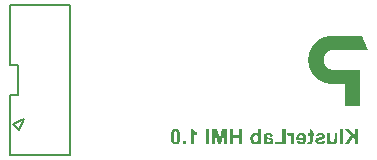
<source format=gbo>
G04*
G04 #@! TF.GenerationSoftware,Altium Limited,Altium Designer,22.10.1 (41)*
G04*
G04 Layer_Color=32896*
%FSLAX43Y43*%
%MOMM*%
G71*
G04*
G04 #@! TF.SameCoordinates,A06D47DE-3B52-4099-82B1-BC196321E02B*
G04*
G04*
G04 #@! TF.FilePolarity,Positive*
G04*
G01*
G75*
%ADD10C,0.200*%
G36*
X42254Y11238D02*
X42091D01*
Y11231D01*
X42020D01*
Y11224D01*
X41963D01*
Y11217D01*
X41921D01*
Y11210D01*
X41871D01*
Y11203D01*
X41836D01*
Y11195D01*
X41800D01*
Y11188D01*
X41772D01*
Y11181D01*
X41744D01*
Y11174D01*
X41715D01*
Y11167D01*
X41687D01*
Y11160D01*
X41658D01*
Y11153D01*
X41637D01*
Y11146D01*
X41616D01*
Y11139D01*
X41588D01*
Y11132D01*
X41566D01*
Y11125D01*
X41545D01*
Y11117D01*
X41531D01*
Y11110D01*
X41510D01*
Y11103D01*
X41488D01*
Y11096D01*
X41474D01*
Y11089D01*
X41453D01*
Y11082D01*
X41439D01*
Y11075D01*
X41417D01*
Y11068D01*
X41403D01*
Y11061D01*
X41389D01*
Y11054D01*
X41375D01*
Y11047D01*
X41353D01*
Y11039D01*
X41339D01*
Y11032D01*
X41325D01*
Y11025D01*
X41311D01*
Y11018D01*
X41297D01*
Y11011D01*
X41283D01*
Y11004D01*
X41268D01*
Y10997D01*
X41261D01*
Y10990D01*
X41247D01*
Y10983D01*
X41233D01*
Y10976D01*
X41219D01*
Y10969D01*
X41204D01*
Y10961D01*
X41197D01*
Y10954D01*
X41183D01*
Y10947D01*
X41169D01*
Y10940D01*
X41155D01*
Y10933D01*
X41148D01*
Y10926D01*
X41134D01*
Y10919D01*
X41126D01*
Y10912D01*
X41112D01*
Y10905D01*
X41105D01*
Y10898D01*
X41091D01*
Y10890D01*
X41077D01*
Y10883D01*
X41070D01*
Y10876D01*
X41063D01*
Y10869D01*
X41048D01*
Y10862D01*
X41041D01*
Y10855D01*
X41027D01*
Y10848D01*
X41020D01*
Y10841D01*
X41013D01*
Y10834D01*
X40999D01*
Y10827D01*
X40992D01*
Y10820D01*
X40985D01*
Y10812D01*
X40970D01*
Y10805D01*
X40963D01*
Y10798D01*
X40956D01*
Y10791D01*
X40942D01*
Y10784D01*
X40935D01*
Y10777D01*
X40928D01*
Y10770D01*
X40921D01*
Y10763D01*
X40907D01*
Y10756D01*
X40899D01*
Y10749D01*
X40892D01*
Y10742D01*
X40885D01*
Y10734D01*
X40878D01*
Y10727D01*
X40871D01*
Y10720D01*
X40864D01*
Y10713D01*
X40850D01*
Y10706D01*
X40843D01*
Y10699D01*
X40836D01*
Y10692D01*
X40829D01*
Y10685D01*
X40821D01*
Y10678D01*
X40814D01*
Y10671D01*
X40807D01*
Y10663D01*
X40800D01*
Y10656D01*
X40793D01*
Y10649D01*
X40786D01*
Y10642D01*
X40779D01*
Y10635D01*
X40772D01*
Y10628D01*
X40765D01*
Y10621D01*
X40758D01*
Y10614D01*
X40751D01*
Y10607D01*
X40743D01*
Y10600D01*
X40736D01*
Y10593D01*
X40729D01*
Y10585D01*
Y10578D01*
X40722D01*
Y10571D01*
X40715D01*
Y10564D01*
X40708D01*
Y10557D01*
X40701D01*
Y10550D01*
X40694D01*
Y10543D01*
X40687D01*
Y10536D01*
X40680D01*
Y10529D01*
X40673D01*
Y10522D01*
Y10515D01*
X40665D01*
Y10507D01*
X40658D01*
Y10500D01*
X40651D01*
Y10493D01*
X40644D01*
Y10486D01*
Y10479D01*
X40637D01*
Y10472D01*
X40630D01*
Y10465D01*
X40623D01*
Y10458D01*
X40616D01*
Y10451D01*
Y10444D01*
X40609D01*
Y10436D01*
X40602D01*
Y10429D01*
X40594D01*
Y10422D01*
Y10415D01*
X40587D01*
Y10408D01*
X40580D01*
Y10401D01*
Y10394D01*
X40573D01*
Y10387D01*
X40566D01*
Y10380D01*
X40559D01*
Y10373D01*
Y10366D01*
X40552D01*
Y10358D01*
X40545D01*
Y10351D01*
Y10344D01*
X40538D01*
Y10337D01*
X40531D01*
Y10330D01*
Y10323D01*
X40524D01*
Y10316D01*
X40516D01*
Y10309D01*
Y10302D01*
X40509D01*
Y10295D01*
Y10288D01*
X40502D01*
Y10280D01*
X40495D01*
Y10273D01*
Y10266D01*
X40488D01*
Y10259D01*
Y10252D01*
X40481D01*
Y10245D01*
X40474D01*
Y10238D01*
Y10231D01*
X40467D01*
Y10224D01*
Y10217D01*
X40460D01*
Y10210D01*
Y10202D01*
X40453D01*
Y10195D01*
X40446D01*
Y10188D01*
Y10181D01*
X40438D01*
Y10174D01*
Y10167D01*
X40431D01*
Y10160D01*
Y10153D01*
X40424D01*
Y10146D01*
Y10139D01*
X40417D01*
Y10131D01*
Y10124D01*
X40410D01*
Y10117D01*
Y10110D01*
X40403D01*
Y10103D01*
Y10096D01*
X40396D01*
Y10089D01*
Y10082D01*
X40389D01*
Y10075D01*
Y10068D01*
Y10061D01*
X40382D01*
Y10053D01*
Y10046D01*
X40375D01*
Y10039D01*
Y10032D01*
X40367D01*
Y10025D01*
Y10018D01*
X40360D01*
Y10011D01*
Y10004D01*
Y9997D01*
X40353D01*
Y9990D01*
Y9983D01*
X40346D01*
Y9975D01*
Y9968D01*
Y9961D01*
X40339D01*
Y9954D01*
Y9947D01*
X40332D01*
Y9940D01*
Y9933D01*
Y9926D01*
X40325D01*
Y9919D01*
Y9912D01*
Y9904D01*
X40318D01*
Y9897D01*
Y9890D01*
Y9883D01*
X40311D01*
Y9876D01*
Y9869D01*
Y9862D01*
X40304D01*
Y9855D01*
Y9848D01*
Y9841D01*
X40297D01*
Y9834D01*
Y9826D01*
Y9819D01*
X40289D01*
Y9812D01*
Y9805D01*
Y9798D01*
Y9791D01*
X40282D01*
Y9784D01*
Y9777D01*
Y9770D01*
X40275D01*
Y9763D01*
Y9756D01*
Y9748D01*
Y9741D01*
X40268D01*
Y9734D01*
Y9727D01*
Y9720D01*
Y9713D01*
X40261D01*
Y9706D01*
Y9699D01*
Y9692D01*
Y9685D01*
X40254D01*
Y9677D01*
Y9670D01*
Y9663D01*
Y9656D01*
Y9649D01*
X40247D01*
Y9642D01*
Y9635D01*
Y9628D01*
Y9621D01*
Y9614D01*
X40240D01*
Y9607D01*
Y9599D01*
Y9592D01*
Y9585D01*
Y9578D01*
Y9571D01*
X40233D01*
Y9564D01*
Y9557D01*
Y9550D01*
Y9543D01*
Y9536D01*
Y9529D01*
X40226D01*
Y9521D01*
Y9514D01*
Y9507D01*
Y9500D01*
Y9493D01*
Y9486D01*
Y9479D01*
X40219D01*
Y9472D01*
Y9465D01*
Y9458D01*
Y9451D01*
Y9443D01*
Y9436D01*
Y9429D01*
Y9422D01*
Y9415D01*
Y9408D01*
X40211D01*
Y9401D01*
Y9394D01*
Y9387D01*
Y9380D01*
Y9372D01*
Y9365D01*
Y9358D01*
Y9351D01*
Y9344D01*
Y9337D01*
Y9330D01*
Y9323D01*
Y9316D01*
Y9309D01*
Y9302D01*
Y9294D01*
Y9287D01*
Y9280D01*
X40204D01*
Y9273D01*
Y9266D01*
Y9259D01*
Y9252D01*
Y9245D01*
Y9238D01*
Y9231D01*
Y9224D01*
Y9216D01*
Y9209D01*
Y9202D01*
Y9195D01*
Y9188D01*
Y9181D01*
Y9174D01*
Y9167D01*
Y9160D01*
Y9153D01*
Y9146D01*
Y9138D01*
Y9131D01*
Y9124D01*
X40211D01*
Y9117D01*
Y9110D01*
Y9103D01*
Y9096D01*
Y9089D01*
Y9082D01*
Y9075D01*
Y9067D01*
Y9060D01*
Y9053D01*
Y9046D01*
Y9039D01*
Y9032D01*
Y9025D01*
Y9018D01*
Y9011D01*
Y9004D01*
Y8997D01*
Y8989D01*
X40219D01*
Y8982D01*
Y8975D01*
Y8968D01*
Y8961D01*
Y8954D01*
Y8947D01*
Y8940D01*
Y8933D01*
Y8926D01*
X40226D01*
Y8919D01*
Y8911D01*
Y8904D01*
Y8897D01*
Y8890D01*
Y8883D01*
Y8876D01*
Y8869D01*
X40233D01*
Y8862D01*
Y8855D01*
Y8848D01*
Y8840D01*
Y8833D01*
Y8826D01*
X40240D01*
Y8819D01*
Y8812D01*
Y8805D01*
Y8798D01*
Y8791D01*
Y8784D01*
X40247D01*
Y8777D01*
Y8770D01*
Y8762D01*
Y8755D01*
Y8748D01*
X40254D01*
Y8741D01*
Y8734D01*
Y8727D01*
Y8720D01*
Y8713D01*
X40261D01*
Y8706D01*
Y8699D01*
Y8692D01*
Y8684D01*
X40268D01*
Y8677D01*
Y8670D01*
Y8663D01*
Y8656D01*
X40275D01*
Y8649D01*
Y8642D01*
Y8635D01*
Y8628D01*
X40282D01*
Y8621D01*
Y8613D01*
Y8606D01*
X40289D01*
Y8599D01*
Y8592D01*
Y8585D01*
Y8578D01*
X40297D01*
Y8571D01*
Y8564D01*
Y8557D01*
X40304D01*
Y8550D01*
Y8543D01*
Y8535D01*
X40311D01*
Y8528D01*
Y8521D01*
Y8514D01*
X40318D01*
Y8507D01*
Y8500D01*
Y8493D01*
X40325D01*
Y8486D01*
Y8479D01*
Y8472D01*
X40332D01*
Y8465D01*
Y8457D01*
Y8450D01*
X40339D01*
Y8443D01*
Y8436D01*
X40346D01*
Y8429D01*
Y8422D01*
Y8415D01*
X40353D01*
Y8408D01*
Y8401D01*
X40360D01*
Y8394D01*
Y8387D01*
Y8379D01*
X40367D01*
Y8372D01*
Y8365D01*
X40375D01*
Y8358D01*
Y8351D01*
X40382D01*
Y8344D01*
Y8337D01*
X40389D01*
Y8330D01*
Y8323D01*
Y8316D01*
X40396D01*
Y8308D01*
Y8301D01*
X40403D01*
Y8294D01*
Y8287D01*
X40410D01*
Y8280D01*
Y8273D01*
X40417D01*
Y8266D01*
Y8259D01*
X40424D01*
Y8252D01*
Y8245D01*
X40431D01*
Y8238D01*
Y8230D01*
X40438D01*
Y8223D01*
X40446D01*
Y8216D01*
Y8209D01*
X40453D01*
Y8202D01*
Y8195D01*
X40460D01*
Y8188D01*
Y8181D01*
X40467D01*
Y8174D01*
Y8167D01*
X40474D01*
Y8160D01*
X40481D01*
Y8152D01*
Y8145D01*
X40488D01*
Y8138D01*
Y8131D01*
X40495D01*
Y8124D01*
X40502D01*
Y8117D01*
Y8110D01*
X40509D01*
Y8103D01*
X40516D01*
Y8096D01*
Y8089D01*
X40524D01*
Y8081D01*
X40531D01*
Y8074D01*
Y8067D01*
X40538D01*
Y8060D01*
X40545D01*
Y8053D01*
Y8046D01*
X40552D01*
Y8039D01*
X40559D01*
Y8032D01*
Y8025D01*
X40566D01*
Y8018D01*
X40573D01*
Y8011D01*
X40580D01*
Y8003D01*
Y7996D01*
X40587D01*
Y7989D01*
X40594D01*
Y7982D01*
X40602D01*
Y7975D01*
Y7968D01*
X40609D01*
Y7961D01*
X40616D01*
Y7954D01*
X40623D01*
Y7947D01*
Y7940D01*
X40630D01*
Y7933D01*
X40637D01*
Y7925D01*
X40644D01*
Y7918D01*
X40651D01*
Y7911D01*
X40658D01*
Y7904D01*
Y7897D01*
X40665D01*
Y7890D01*
X40673D01*
Y7883D01*
X40680D01*
Y7876D01*
X40687D01*
Y7869D01*
X40694D01*
Y7862D01*
X40701D01*
Y7854D01*
X40708D01*
Y7847D01*
Y7840D01*
X40715D01*
Y7833D01*
X40722D01*
Y7826D01*
X40729D01*
Y7819D01*
X40736D01*
Y7812D01*
X40743D01*
Y7805D01*
X40751D01*
Y7798D01*
X40758D01*
Y7791D01*
X40765D01*
Y7784D01*
X40772D01*
Y7776D01*
X40779D01*
Y7769D01*
X40786D01*
Y7762D01*
X40793D01*
Y7755D01*
X40800D01*
Y7748D01*
X40807D01*
Y7741D01*
X40814D01*
Y7734D01*
X40821D01*
Y7727D01*
X40829D01*
Y7720D01*
X40836D01*
Y7713D01*
X40843D01*
Y7706D01*
X40850D01*
Y7698D01*
X40857D01*
Y7691D01*
X40871D01*
Y7684D01*
X40878D01*
Y7677D01*
X40885D01*
Y7670D01*
X40892D01*
Y7663D01*
X40899D01*
Y7656D01*
X40907D01*
Y7649D01*
X40914D01*
Y7642D01*
X40928D01*
Y7635D01*
X40935D01*
Y7628D01*
X40942D01*
Y7620D01*
X40949D01*
Y7613D01*
X40963D01*
Y7606D01*
X40970D01*
Y7599D01*
X40978D01*
Y7592D01*
X40985D01*
Y7585D01*
X40999D01*
Y7578D01*
X41006D01*
Y7571D01*
X41013D01*
Y7564D01*
X41027D01*
Y7557D01*
X41034D01*
Y7549D01*
X41041D01*
Y7542D01*
X41056D01*
Y7535D01*
X41063D01*
Y7528D01*
X41077D01*
Y7521D01*
X41084D01*
Y7514D01*
X41098D01*
Y7507D01*
X41105D01*
Y7500D01*
X41119D01*
Y7493D01*
X41126D01*
Y7486D01*
X41141D01*
Y7479D01*
X41148D01*
Y7471D01*
X41162D01*
Y7464D01*
X41176D01*
Y7457D01*
X41183D01*
Y7450D01*
X41197D01*
Y7443D01*
X41212D01*
Y7436D01*
X41219D01*
Y7429D01*
X41233D01*
Y7422D01*
X41247D01*
Y7415D01*
X41261D01*
Y7408D01*
X41275D01*
Y7401D01*
X41290D01*
Y7393D01*
X41304D01*
Y7386D01*
X41318D01*
Y7379D01*
X41332D01*
Y7372D01*
X41346D01*
Y7365D01*
X41361D01*
Y7358D01*
X41375D01*
Y7351D01*
X41389D01*
Y7344D01*
X41403D01*
Y7337D01*
X41424D01*
Y7330D01*
X41439D01*
Y7323D01*
X41460D01*
Y7315D01*
X41474D01*
Y7308D01*
X41495D01*
Y7301D01*
X41510D01*
Y7294D01*
X41531D01*
Y7287D01*
X41552D01*
Y7280D01*
X41573D01*
Y7273D01*
X41595D01*
Y7266D01*
X41616D01*
Y7259D01*
X41637D01*
Y7252D01*
X41666D01*
Y7244D01*
X41694D01*
Y7237D01*
X41715D01*
Y7230D01*
X41744D01*
Y7223D01*
X41779D01*
Y7216D01*
X41815D01*
Y7209D01*
X41850D01*
Y7202D01*
X41885D01*
Y7195D01*
X41935D01*
Y7188D01*
X41985D01*
Y7181D01*
X42049D01*
Y7174D01*
X42134D01*
Y7166D01*
X43297D01*
Y7159D01*
Y7152D01*
Y7145D01*
Y7138D01*
Y7131D01*
Y7124D01*
Y7117D01*
Y7110D01*
Y7103D01*
Y7096D01*
Y7088D01*
Y7081D01*
Y7074D01*
Y7067D01*
Y7060D01*
Y7053D01*
Y7046D01*
Y7039D01*
Y7032D01*
Y7025D01*
Y7017D01*
Y7010D01*
Y7003D01*
Y6996D01*
Y6989D01*
Y6982D01*
Y6975D01*
Y6968D01*
Y6961D01*
Y6954D01*
Y6947D01*
Y6939D01*
Y6932D01*
Y6925D01*
Y6918D01*
Y6911D01*
Y6904D01*
Y6897D01*
Y6890D01*
Y6883D01*
Y6876D01*
Y6869D01*
Y6861D01*
Y6854D01*
Y6847D01*
Y6840D01*
Y6833D01*
Y6826D01*
Y6819D01*
Y6812D01*
Y6805D01*
Y6798D01*
Y6791D01*
Y6783D01*
Y6776D01*
Y6769D01*
Y6762D01*
Y6755D01*
Y6748D01*
Y6741D01*
Y6734D01*
Y6727D01*
Y6720D01*
Y6712D01*
Y6705D01*
Y6698D01*
Y6691D01*
Y6684D01*
Y6677D01*
Y6670D01*
Y6663D01*
Y6656D01*
Y6649D01*
Y6642D01*
Y6634D01*
Y6627D01*
Y6620D01*
Y6613D01*
Y6606D01*
Y6599D01*
Y6592D01*
Y6585D01*
Y6578D01*
Y6571D01*
Y6564D01*
Y6556D01*
Y6549D01*
Y6542D01*
Y6535D01*
Y6528D01*
Y6521D01*
Y6514D01*
Y6507D01*
Y6500D01*
Y6493D01*
Y6485D01*
Y6478D01*
Y6471D01*
Y6464D01*
Y6457D01*
Y6450D01*
Y6443D01*
Y6436D01*
Y6429D01*
Y6422D01*
Y6415D01*
Y6407D01*
Y6400D01*
Y6393D01*
Y6386D01*
Y6379D01*
Y6372D01*
Y6365D01*
Y6358D01*
Y6351D01*
Y6344D01*
Y6337D01*
Y6329D01*
Y6322D01*
Y6315D01*
Y6308D01*
Y6301D01*
Y6294D01*
Y6287D01*
Y6280D01*
Y6273D01*
Y6266D01*
Y6258D01*
Y6251D01*
Y6244D01*
Y6237D01*
Y6230D01*
Y6223D01*
Y6216D01*
Y6209D01*
Y6202D01*
Y6195D01*
Y6188D01*
Y6180D01*
Y6173D01*
Y6166D01*
Y6159D01*
Y6152D01*
Y6145D01*
Y6138D01*
Y6131D01*
Y6124D01*
Y6117D01*
Y6110D01*
Y6102D01*
Y6095D01*
Y6088D01*
Y6081D01*
Y6074D01*
Y6067D01*
Y6060D01*
Y6053D01*
Y6046D01*
Y6039D01*
Y6032D01*
Y6024D01*
Y6017D01*
Y6010D01*
Y6003D01*
Y5996D01*
Y5989D01*
Y5982D01*
Y5975D01*
Y5968D01*
Y5961D01*
Y5953D01*
Y5946D01*
Y5939D01*
Y5932D01*
Y5925D01*
Y5918D01*
Y5911D01*
Y5904D01*
Y5897D01*
Y5890D01*
Y5883D01*
Y5875D01*
Y5868D01*
Y5861D01*
Y5854D01*
Y5847D01*
Y5840D01*
Y5833D01*
Y5826D01*
Y5819D01*
Y5812D01*
Y5805D01*
Y5797D01*
Y5790D01*
Y5783D01*
Y5776D01*
Y5769D01*
Y5762D01*
Y5755D01*
Y5748D01*
Y5741D01*
Y5734D01*
Y5726D01*
Y5719D01*
Y5712D01*
Y5705D01*
Y5698D01*
Y5691D01*
Y5684D01*
Y5677D01*
Y5670D01*
Y5663D01*
Y5656D01*
Y5648D01*
Y5641D01*
Y5634D01*
Y5627D01*
Y5620D01*
Y5613D01*
Y5606D01*
Y5599D01*
Y5592D01*
Y5585D01*
Y5578D01*
Y5570D01*
Y5563D01*
Y5556D01*
Y5549D01*
Y5542D01*
Y5535D01*
Y5528D01*
Y5521D01*
Y5514D01*
Y5507D01*
Y5499D01*
Y5492D01*
Y5485D01*
Y5478D01*
Y5471D01*
Y5464D01*
Y5457D01*
Y5450D01*
Y5443D01*
Y5436D01*
Y5429D01*
Y5421D01*
Y5414D01*
Y5407D01*
Y5400D01*
Y5393D01*
Y5386D01*
Y5379D01*
Y5372D01*
Y5365D01*
Y5358D01*
Y5351D01*
Y5343D01*
Y5336D01*
Y5329D01*
Y5322D01*
Y5315D01*
X44581D01*
Y5322D01*
Y5329D01*
Y5336D01*
Y5343D01*
Y5351D01*
Y5358D01*
Y5365D01*
Y5372D01*
Y5379D01*
Y5386D01*
Y5393D01*
Y5400D01*
Y5407D01*
Y5414D01*
Y5421D01*
Y5429D01*
Y5436D01*
Y5443D01*
Y5450D01*
Y5457D01*
Y5464D01*
Y5471D01*
Y5478D01*
Y5485D01*
Y5492D01*
Y5499D01*
Y5507D01*
Y5514D01*
Y5521D01*
Y5528D01*
Y5535D01*
Y5542D01*
Y5549D01*
Y5556D01*
Y5563D01*
Y5570D01*
Y5578D01*
Y5585D01*
Y5592D01*
Y5599D01*
Y5606D01*
Y5613D01*
Y5620D01*
Y5627D01*
Y5634D01*
Y5641D01*
Y5648D01*
Y5656D01*
Y5663D01*
Y5670D01*
Y5677D01*
Y5684D01*
Y5691D01*
Y5698D01*
Y5705D01*
Y5712D01*
Y5719D01*
Y5726D01*
Y5734D01*
Y5741D01*
Y5748D01*
Y5755D01*
Y5762D01*
Y5769D01*
Y5776D01*
Y5783D01*
Y5790D01*
Y5797D01*
Y5805D01*
Y5812D01*
Y5819D01*
Y5826D01*
Y5833D01*
Y5840D01*
Y5847D01*
Y5854D01*
Y5861D01*
Y5868D01*
Y5875D01*
Y5883D01*
Y5890D01*
Y5897D01*
Y5904D01*
Y5911D01*
Y5918D01*
Y5925D01*
Y5932D01*
Y5939D01*
Y5946D01*
Y5953D01*
Y5961D01*
Y5968D01*
Y5975D01*
Y5982D01*
Y5989D01*
Y5996D01*
Y6003D01*
Y6010D01*
Y6017D01*
Y6024D01*
Y6032D01*
Y6039D01*
Y6046D01*
Y6053D01*
Y6060D01*
Y6067D01*
Y6074D01*
Y6081D01*
Y6088D01*
Y6095D01*
Y6102D01*
Y6110D01*
Y6117D01*
Y6124D01*
Y6131D01*
Y6138D01*
Y6145D01*
Y6152D01*
Y6159D01*
Y6166D01*
Y6173D01*
Y6180D01*
Y6188D01*
Y6195D01*
Y6202D01*
Y6209D01*
Y6216D01*
Y6223D01*
Y6230D01*
Y6237D01*
Y6244D01*
Y6251D01*
Y6258D01*
Y6266D01*
Y6273D01*
Y6280D01*
Y6287D01*
Y6294D01*
Y6301D01*
Y6308D01*
Y6315D01*
Y6322D01*
Y6329D01*
Y6337D01*
Y6344D01*
Y6351D01*
Y6358D01*
Y6365D01*
Y6372D01*
Y6379D01*
Y6386D01*
Y6393D01*
Y6400D01*
Y6407D01*
Y6415D01*
Y6422D01*
Y6429D01*
Y6436D01*
Y6443D01*
Y6450D01*
Y6457D01*
Y6464D01*
Y6471D01*
Y6478D01*
Y6485D01*
Y6493D01*
Y6500D01*
Y6507D01*
Y6514D01*
Y6521D01*
Y6528D01*
Y6535D01*
Y6542D01*
Y6549D01*
Y6556D01*
Y6564D01*
Y6571D01*
Y6578D01*
Y6585D01*
Y6592D01*
Y6599D01*
Y6606D01*
Y6613D01*
Y6620D01*
Y6627D01*
Y6634D01*
Y6642D01*
Y6649D01*
Y6656D01*
Y6663D01*
Y6670D01*
Y6677D01*
Y6684D01*
Y6691D01*
Y6698D01*
Y6705D01*
Y6712D01*
Y6720D01*
Y6727D01*
Y6734D01*
Y6741D01*
Y6748D01*
Y6755D01*
Y6762D01*
Y6769D01*
Y6776D01*
Y6783D01*
Y6791D01*
Y6798D01*
Y6805D01*
Y6812D01*
Y6819D01*
Y6826D01*
Y6833D01*
Y6840D01*
Y6847D01*
Y6854D01*
Y6861D01*
Y6869D01*
Y6876D01*
Y6883D01*
Y6890D01*
Y6897D01*
Y6904D01*
Y6911D01*
Y6918D01*
Y6925D01*
Y6932D01*
Y6939D01*
Y6947D01*
Y6954D01*
Y6961D01*
Y6968D01*
Y6975D01*
Y6982D01*
Y6989D01*
Y6996D01*
Y7003D01*
Y7010D01*
Y7017D01*
Y7025D01*
Y7032D01*
Y7039D01*
Y7046D01*
Y7053D01*
Y7060D01*
Y7067D01*
Y7074D01*
Y7081D01*
Y7088D01*
Y7096D01*
Y7103D01*
Y7110D01*
Y7117D01*
Y7124D01*
Y7131D01*
Y7138D01*
Y7145D01*
Y7152D01*
Y7159D01*
Y7166D01*
Y7174D01*
Y7181D01*
Y7188D01*
Y7195D01*
Y7202D01*
Y7209D01*
Y7216D01*
Y7223D01*
Y7230D01*
Y7237D01*
Y7244D01*
Y7252D01*
Y7259D01*
Y7266D01*
Y7273D01*
Y7280D01*
Y7287D01*
Y7294D01*
Y7301D01*
Y7308D01*
Y7315D01*
Y7323D01*
Y7330D01*
Y7337D01*
Y7344D01*
Y7351D01*
Y7358D01*
Y7365D01*
Y7372D01*
Y7379D01*
Y7386D01*
Y7393D01*
Y7401D01*
Y7408D01*
Y7415D01*
Y7422D01*
Y7429D01*
Y7436D01*
Y7443D01*
Y7450D01*
Y7457D01*
Y7464D01*
Y7471D01*
Y7479D01*
Y7486D01*
Y7493D01*
Y7500D01*
Y7507D01*
Y7514D01*
Y7521D01*
Y7528D01*
Y7535D01*
Y7542D01*
Y7549D01*
Y7557D01*
Y7564D01*
Y7571D01*
Y7578D01*
Y7585D01*
Y7592D01*
Y7599D01*
Y7606D01*
Y7613D01*
Y7620D01*
Y7628D01*
Y7635D01*
Y7642D01*
Y7649D01*
Y7656D01*
Y7663D01*
Y7670D01*
Y7677D01*
Y7684D01*
Y7691D01*
Y7698D01*
Y7706D01*
Y7713D01*
Y7720D01*
Y7727D01*
Y7734D01*
Y7741D01*
Y7748D01*
Y7755D01*
Y7762D01*
Y7769D01*
Y7776D01*
Y7784D01*
Y7791D01*
Y7798D01*
Y7805D01*
Y7812D01*
Y7819D01*
Y7826D01*
Y7833D01*
Y7840D01*
Y7847D01*
Y7854D01*
Y7862D01*
Y7869D01*
Y7876D01*
Y7883D01*
Y7890D01*
Y7897D01*
Y7904D01*
Y7911D01*
Y7918D01*
Y7925D01*
Y7933D01*
Y7940D01*
Y7947D01*
Y7954D01*
Y7961D01*
Y7968D01*
Y7975D01*
Y7982D01*
Y7989D01*
Y7996D01*
Y8003D01*
Y8011D01*
Y8018D01*
Y8025D01*
Y8032D01*
Y8039D01*
Y8046D01*
Y8053D01*
Y8060D01*
Y8067D01*
Y8074D01*
Y8081D01*
Y8089D01*
Y8096D01*
Y8103D01*
Y8110D01*
Y8117D01*
Y8124D01*
Y8131D01*
Y8138D01*
Y8145D01*
Y8152D01*
Y8160D01*
Y8167D01*
Y8174D01*
Y8181D01*
Y8188D01*
Y8195D01*
Y8202D01*
Y8209D01*
Y8216D01*
Y8223D01*
Y8230D01*
Y8238D01*
Y8245D01*
Y8252D01*
Y8259D01*
Y8266D01*
Y8273D01*
Y8280D01*
Y8287D01*
Y8294D01*
Y8301D01*
Y8308D01*
Y8316D01*
Y8323D01*
Y8330D01*
Y8337D01*
Y8344D01*
Y8351D01*
X42354D01*
Y8358D01*
X42233D01*
Y8365D01*
X42183D01*
Y8372D01*
X42148D01*
Y8379D01*
X42112D01*
Y8387D01*
X42091D01*
Y8394D01*
X42063D01*
Y8401D01*
X42042D01*
Y8408D01*
X42027D01*
Y8415D01*
X42006D01*
Y8422D01*
X41992D01*
Y8429D01*
X41971D01*
Y8436D01*
X41956D01*
Y8443D01*
X41942D01*
Y8450D01*
X41928D01*
Y8457D01*
X41921D01*
Y8465D01*
X41907D01*
Y8472D01*
X41893D01*
Y8479D01*
X41885D01*
Y8486D01*
X41871D01*
Y8493D01*
X41864D01*
Y8500D01*
X41850D01*
Y8507D01*
X41843D01*
Y8514D01*
X41829D01*
Y8521D01*
X41822D01*
Y8528D01*
X41815D01*
Y8535D01*
X41807D01*
Y8543D01*
X41793D01*
Y8550D01*
X41786D01*
Y8557D01*
X41779D01*
Y8564D01*
X41772D01*
Y8571D01*
X41765D01*
Y8578D01*
X41758D01*
Y8585D01*
X41751D01*
Y8592D01*
X41744D01*
Y8599D01*
X41737D01*
Y8606D01*
X41729D01*
Y8613D01*
X41722D01*
Y8621D01*
X41715D01*
Y8628D01*
X41708D01*
Y8635D01*
Y8642D01*
X41701D01*
Y8649D01*
X41694D01*
Y8656D01*
X41687D01*
Y8663D01*
X41680D01*
Y8670D01*
X41673D01*
Y8677D01*
Y8684D01*
X41666D01*
Y8692D01*
X41658D01*
Y8699D01*
Y8706D01*
X41651D01*
Y8713D01*
X41644D01*
Y8720D01*
Y8727D01*
X41637D01*
Y8734D01*
X41630D01*
Y8741D01*
Y8748D01*
X41623D01*
Y8755D01*
Y8762D01*
X41616D01*
Y8770D01*
X41609D01*
Y8777D01*
Y8784D01*
X41602D01*
Y8791D01*
Y8798D01*
X41595D01*
Y8805D01*
Y8812D01*
X41588D01*
Y8819D01*
Y8826D01*
Y8833D01*
X41580D01*
Y8840D01*
Y8848D01*
X41573D01*
Y8855D01*
Y8862D01*
X41566D01*
Y8869D01*
Y8876D01*
Y8883D01*
X41559D01*
Y8890D01*
Y8897D01*
Y8904D01*
X41552D01*
Y8911D01*
Y8919D01*
Y8926D01*
X41545D01*
Y8933D01*
Y8940D01*
Y8947D01*
Y8954D01*
X41538D01*
Y8961D01*
Y8968D01*
Y8975D01*
Y8982D01*
X41531D01*
Y8989D01*
Y8997D01*
Y9004D01*
Y9011D01*
Y9018D01*
X41524D01*
Y9025D01*
Y9032D01*
Y9039D01*
Y9046D01*
Y9053D01*
Y9060D01*
X41517D01*
Y9067D01*
Y9075D01*
Y9082D01*
Y9089D01*
Y9096D01*
Y9103D01*
Y9110D01*
Y9117D01*
Y9124D01*
Y9131D01*
X41510D01*
Y9138D01*
Y9146D01*
Y9153D01*
Y9160D01*
Y9167D01*
Y9174D01*
Y9181D01*
Y9188D01*
Y9195D01*
Y9202D01*
Y9209D01*
Y9216D01*
Y9224D01*
Y9231D01*
Y9238D01*
Y9245D01*
Y9252D01*
Y9259D01*
Y9266D01*
Y9273D01*
Y9280D01*
X41517D01*
Y9287D01*
Y9294D01*
Y9302D01*
Y9309D01*
Y9316D01*
Y9323D01*
Y9330D01*
Y9337D01*
Y9344D01*
Y9351D01*
X41524D01*
Y9358D01*
Y9365D01*
Y9372D01*
Y9380D01*
Y9387D01*
Y9394D01*
X41531D01*
Y9401D01*
Y9408D01*
Y9415D01*
Y9422D01*
Y9429D01*
X41538D01*
Y9436D01*
Y9443D01*
Y9451D01*
Y9458D01*
X41545D01*
Y9465D01*
Y9472D01*
Y9479D01*
X41552D01*
Y9486D01*
Y9493D01*
Y9500D01*
Y9507D01*
X41559D01*
Y9514D01*
Y9521D01*
X41566D01*
Y9529D01*
Y9536D01*
Y9543D01*
X41573D01*
Y9550D01*
Y9557D01*
Y9564D01*
X41580D01*
Y9571D01*
Y9578D01*
X41588D01*
Y9585D01*
Y9592D01*
X41595D01*
Y9599D01*
Y9607D01*
X41602D01*
Y9614D01*
Y9621D01*
X41609D01*
Y9628D01*
Y9635D01*
X41616D01*
Y9642D01*
Y9649D01*
X41623D01*
Y9656D01*
Y9663D01*
X41630D01*
Y9670D01*
X41637D01*
Y9677D01*
Y9685D01*
X41644D01*
Y9692D01*
X41651D01*
Y9699D01*
Y9706D01*
X41658D01*
Y9713D01*
X41666D01*
Y9720D01*
Y9727D01*
X41673D01*
Y9734D01*
X41680D01*
Y9741D01*
X41687D01*
Y9748D01*
Y9756D01*
X41694D01*
Y9763D01*
X41701D01*
Y9770D01*
X41708D01*
Y9777D01*
X41715D01*
Y9784D01*
X41722D01*
Y9791D01*
X41729D01*
Y9798D01*
X41737D01*
Y9805D01*
X41744D01*
Y9812D01*
X41751D01*
Y9819D01*
X41758D01*
Y9826D01*
X41765D01*
Y9834D01*
X41772D01*
Y9841D01*
X41779D01*
Y9848D01*
X41786D01*
Y9855D01*
X41793D01*
Y9862D01*
X41800D01*
Y9869D01*
X41807D01*
Y9876D01*
X41822D01*
Y9883D01*
X41829D01*
Y9890D01*
X41836D01*
Y9897D01*
X41850D01*
Y9904D01*
X41857D01*
Y9912D01*
X41871D01*
Y9919D01*
X41878D01*
Y9926D01*
X41893D01*
Y9933D01*
X41900D01*
Y9940D01*
X41914D01*
Y9947D01*
X41928D01*
Y9954D01*
X41942D01*
Y9961D01*
X41956D01*
Y9968D01*
X41971D01*
Y9975D01*
X41985D01*
Y9983D01*
X41999D01*
Y9990D01*
X42020D01*
Y9997D01*
X42042D01*
Y10004D01*
X42063D01*
Y10011D01*
X42084D01*
Y10018D01*
X42112D01*
Y10025D01*
X42141D01*
Y10032D01*
X42176D01*
Y10039D01*
X42233D01*
Y10046D01*
X42347D01*
Y10053D01*
X45234D01*
Y10061D01*
X45226D01*
Y10068D01*
Y10075D01*
Y10082D01*
X45219D01*
Y10089D01*
Y10096D01*
X45212D01*
Y10103D01*
Y10110D01*
Y10117D01*
X45205D01*
Y10124D01*
Y10131D01*
X45198D01*
Y10139D01*
Y10146D01*
Y10153D01*
X45191D01*
Y10160D01*
Y10167D01*
X45184D01*
Y10174D01*
Y10181D01*
X45177D01*
Y10188D01*
Y10195D01*
Y10202D01*
X45170D01*
Y10210D01*
Y10217D01*
X45163D01*
Y10224D01*
Y10231D01*
Y10238D01*
X45156D01*
Y10245D01*
Y10252D01*
X45148D01*
Y10259D01*
Y10266D01*
X45141D01*
Y10273D01*
Y10280D01*
Y10288D01*
X45134D01*
Y10295D01*
Y10302D01*
X45127D01*
Y10309D01*
Y10316D01*
Y10323D01*
X45120D01*
Y10330D01*
Y10337D01*
X45113D01*
Y10344D01*
Y10351D01*
X45106D01*
Y10358D01*
Y10366D01*
Y10373D01*
X45099D01*
Y10380D01*
Y10387D01*
X45092D01*
Y10394D01*
Y10401D01*
Y10408D01*
X45085D01*
Y10415D01*
Y10422D01*
X45077D01*
Y10429D01*
Y10436D01*
Y10444D01*
X45070D01*
Y10451D01*
Y10458D01*
X45063D01*
Y10465D01*
Y10472D01*
X45056D01*
Y10479D01*
Y10486D01*
Y10493D01*
X45049D01*
Y10500D01*
Y10507D01*
X45042D01*
Y10515D01*
Y10522D01*
Y10529D01*
X45035D01*
Y10536D01*
Y10543D01*
X45028D01*
Y10550D01*
Y10557D01*
X45021D01*
Y10564D01*
Y10571D01*
Y10578D01*
X45014D01*
Y10585D01*
Y10593D01*
X45007D01*
Y10600D01*
Y10607D01*
Y10614D01*
X44999D01*
Y10621D01*
Y10628D01*
X44992D01*
Y10635D01*
Y10642D01*
X44985D01*
Y10649D01*
Y10656D01*
Y10663D01*
X44978D01*
Y10671D01*
Y10678D01*
X44971D01*
Y10685D01*
Y10692D01*
Y10699D01*
X44964D01*
Y10706D01*
Y10713D01*
X44957D01*
Y10720D01*
Y10727D01*
Y10734D01*
X44950D01*
Y10742D01*
Y10749D01*
X44943D01*
Y10756D01*
Y10763D01*
X44936D01*
Y10770D01*
Y10777D01*
Y10784D01*
X44929D01*
Y10791D01*
Y10798D01*
X44921D01*
Y10805D01*
Y10812D01*
Y10820D01*
X44914D01*
Y10827D01*
Y10834D01*
X44907D01*
Y10841D01*
Y10848D01*
X44900D01*
Y10855D01*
Y10862D01*
Y10869D01*
X44893D01*
Y10876D01*
Y10883D01*
X44886D01*
Y10890D01*
Y10898D01*
Y10905D01*
X44879D01*
Y10912D01*
Y10919D01*
X44872D01*
Y10926D01*
Y10933D01*
X44865D01*
Y10940D01*
Y10947D01*
Y10954D01*
X44858D01*
Y10961D01*
Y10969D01*
X44850D01*
Y10976D01*
Y10983D01*
Y10990D01*
X44843D01*
Y10997D01*
Y11004D01*
X44836D01*
Y11011D01*
Y11018D01*
Y11025D01*
X44829D01*
Y11032D01*
Y11039D01*
X44822D01*
Y11047D01*
Y11054D01*
X44815D01*
Y11061D01*
Y11068D01*
Y11075D01*
X44808D01*
Y11082D01*
Y11089D01*
X44801D01*
Y11096D01*
Y11103D01*
Y11110D01*
X44794D01*
Y11117D01*
Y11125D01*
X44787D01*
Y11132D01*
Y11139D01*
X44780D01*
Y11146D01*
Y11153D01*
Y11160D01*
X44772D01*
Y11167D01*
Y11174D01*
X44765D01*
Y11181D01*
Y11188D01*
Y11195D01*
X44758D01*
Y11203D01*
Y11210D01*
X44751D01*
Y11217D01*
Y11224D01*
X44744D01*
Y11231D01*
Y11238D01*
X44737D01*
Y11245D01*
X42254D01*
Y11238D01*
D02*
G37*
G36*
X36205Y2068D02*
X35977D01*
Y2203D01*
X35955Y2175D01*
X35932Y2151D01*
X35910Y2132D01*
X35890Y2116D01*
X35871Y2103D01*
X35857Y2094D01*
X35847Y2088D01*
X35844Y2086D01*
X35814Y2073D01*
X35786Y2064D01*
X35760Y2057D01*
X35736Y2053D01*
X35716Y2049D01*
X35699Y2047D01*
X35686D01*
X35657Y2049D01*
X35627Y2053D01*
X35601Y2058D01*
X35575Y2068D01*
X35527Y2088D01*
X35507Y2099D01*
X35486Y2112D01*
X35470Y2123D01*
X35455Y2134D01*
X35442Y2145D01*
X35431Y2155D01*
X35421Y2164D01*
X35416Y2170D01*
X35412Y2173D01*
X35410Y2175D01*
X35390Y2201D01*
X35373Y2227D01*
X35357Y2257D01*
X35344Y2286D01*
X35333Y2318D01*
X35323Y2347D01*
X35310Y2407D01*
X35305Y2434D01*
X35301Y2460D01*
X35299Y2482D01*
X35297Y2503D01*
X35295Y2519D01*
Y2531D01*
Y2540D01*
Y2542D01*
X35297Y2584D01*
X35301Y2623D01*
X35307Y2660D01*
X35312Y2694D01*
X35321Y2725D01*
X35331Y2755D01*
X35342Y2781D01*
X35351Y2805D01*
X35362Y2825D01*
X35373Y2843D01*
X35383Y2858D01*
X35390Y2871D01*
X35397Y2881D01*
X35403Y2888D01*
X35407Y2892D01*
X35408Y2894D01*
X35431Y2916D01*
X35453Y2934D01*
X35475Y2951D01*
X35499Y2966D01*
X35523Y2977D01*
X35545Y2988D01*
X35590Y3003D01*
X35612Y3006D01*
X35631Y3010D01*
X35647Y3014D01*
X35662Y3016D01*
X35673Y3018D01*
X35690D01*
X35718Y3016D01*
X35745Y3012D01*
X35773Y3006D01*
X35797Y2997D01*
X35844Y2977D01*
X35882Y2953D01*
X35899Y2942D01*
X35914Y2929D01*
X35927Y2918D01*
X35938Y2908D01*
X35947Y2899D01*
X35953Y2894D01*
X35957Y2890D01*
X35958Y2888D01*
Y3349D01*
X36205D01*
Y2068D01*
D02*
G37*
G36*
X34599D02*
X34340D01*
Y2629D01*
X33835D01*
Y2068D01*
X33575D01*
Y3349D01*
X33835D01*
Y2845D01*
X34340D01*
Y3349D01*
X34599D01*
Y2068D01*
D02*
G37*
G36*
X30465Y3314D02*
X30489Y3275D01*
X30515Y3238D01*
X30540Y3208D01*
X30563Y3184D01*
X30583Y3166D01*
X30590Y3158D01*
X30596Y3153D01*
X30600Y3151D01*
X30602Y3149D01*
X30642Y3119D01*
X30681Y3093D01*
X30716Y3073D01*
X30748Y3058D01*
X30774Y3047D01*
X30792Y3038D01*
X30800Y3036D01*
X30805Y3034D01*
X30807Y3032D01*
X30809D01*
Y2810D01*
X30742Y2836D01*
X30683Y2864D01*
X30655Y2879D01*
X30629Y2895D01*
X30605Y2910D01*
X30583Y2925D01*
X30563Y2940D01*
X30544Y2953D01*
X30529Y2964D01*
X30516Y2975D01*
X30505Y2984D01*
X30498Y2990D01*
X30494Y2993D01*
X30492Y2995D01*
Y2068D01*
X30246D01*
Y3356D01*
X30446D01*
X30465Y3314D01*
D02*
G37*
G36*
X44452Y2068D02*
X44193D01*
Y2455D01*
X43983Y2669D01*
X43630Y2068D01*
X43295D01*
X43804Y2849D01*
X43319Y3349D01*
X43667D01*
X44193Y2779D01*
Y3349D01*
X44452D01*
Y2068D01*
D02*
G37*
G36*
X36892Y3014D02*
X36921Y3012D01*
X36947Y3006D01*
X36973Y3003D01*
X36995Y2997D01*
X37016Y2990D01*
X37034Y2984D01*
X37049Y2979D01*
X37064Y2971D01*
X37075Y2966D01*
X37086Y2962D01*
X37093Y2956D01*
X37099Y2955D01*
X37101Y2951D01*
X37103D01*
X37134Y2923D01*
X37160Y2892D01*
X37182Y2858D01*
X37201Y2827D01*
X37214Y2797D01*
X37219Y2784D01*
X37223Y2773D01*
X37227Y2764D01*
X37229Y2756D01*
X37230Y2753D01*
Y2751D01*
X37010Y2710D01*
X37001Y2732D01*
X36992Y2751D01*
X36982Y2768D01*
X36971Y2781D01*
X36964Y2790D01*
X36956Y2795D01*
X36953Y2799D01*
X36951Y2801D01*
X36936Y2810D01*
X36919Y2818D01*
X36901Y2821D01*
X36884Y2825D01*
X36869Y2827D01*
X36858Y2829D01*
X36847D01*
X36814Y2827D01*
X36786Y2823D01*
X36764Y2819D01*
X36745Y2814D01*
X36732Y2806D01*
X36723Y2803D01*
X36718Y2799D01*
X36716Y2797D01*
X36703Y2784D01*
X36694Y2769D01*
X36688Y2753D01*
X36682Y2736D01*
X36681Y2719D01*
X36679Y2706D01*
Y2699D01*
Y2695D01*
Y2671D01*
X36692Y2666D01*
X36708Y2660D01*
X36743Y2649D01*
X36784Y2640D01*
X36823Y2631D01*
X36860Y2621D01*
X36877Y2618D01*
X36892Y2616D01*
X36903Y2614D01*
X36912Y2612D01*
X36918Y2610D01*
X36919D01*
X36964Y2601D01*
X37005Y2592D01*
X37038Y2582D01*
X37066Y2573D01*
X37088Y2564D01*
X37103Y2558D01*
X37112Y2555D01*
X37116Y2553D01*
X37140Y2540D01*
X37160Y2525D01*
X37179Y2508D01*
X37192Y2494D01*
X37205Y2481D01*
X37212Y2469D01*
X37218Y2462D01*
X37219Y2458D01*
X37232Y2434D01*
X37242Y2410D01*
X37247Y2388D01*
X37251Y2366D01*
X37255Y2347D01*
X37256Y2332D01*
Y2323D01*
Y2319D01*
X37255Y2297D01*
X37253Y2277D01*
X37243Y2238D01*
X37230Y2205D01*
X37216Y2177D01*
X37201Y2155D01*
X37188Y2138D01*
X37179Y2127D01*
X37175Y2125D01*
Y2123D01*
X37142Y2097D01*
X37105Y2079D01*
X37068Y2066D01*
X37030Y2057D01*
X36999Y2051D01*
X36984Y2049D01*
X36973D01*
X36962Y2047D01*
X36949D01*
X36919Y2049D01*
X36890Y2053D01*
X36864Y2057D01*
X36842Y2062D01*
X36823Y2068D01*
X36808Y2073D01*
X36799Y2075D01*
X36795Y2077D01*
X36769Y2090D01*
X36743Y2103D01*
X36721Y2119D01*
X36701Y2134D01*
X36684Y2147D01*
X36671Y2158D01*
X36664Y2166D01*
X36660Y2168D01*
X36658Y2160D01*
X36655Y2151D01*
X36653Y2144D01*
X36651Y2142D01*
Y2140D01*
X36645Y2123D01*
X36642Y2108D01*
X36638Y2095D01*
X36634Y2086D01*
X36631Y2079D01*
X36629Y2071D01*
X36627Y2070D01*
Y2068D01*
X36384D01*
X36395Y2092D01*
X36405Y2114D01*
X36412Y2134D01*
X36419Y2153D01*
X36423Y2168D01*
X36427Y2181D01*
X36429Y2188D01*
Y2190D01*
X36432Y2214D01*
X36434Y2244D01*
X36438Y2273D01*
Y2303D01*
X36440Y2329D01*
Y2351D01*
Y2360D01*
Y2366D01*
Y2369D01*
Y2371D01*
X36436Y2658D01*
Y2688D01*
X36438Y2714D01*
X36440Y2738D01*
X36442Y2760D01*
X36444Y2781D01*
X36447Y2799D01*
X36449Y2816D01*
X36453Y2829D01*
X36456Y2842D01*
X36458Y2851D01*
X36464Y2868D01*
X36468Y2875D01*
X36469Y2879D01*
X36484Y2899D01*
X36501Y2919D01*
X36519Y2936D01*
X36540Y2951D01*
X36556Y2962D01*
X36571Y2969D01*
X36581Y2975D01*
X36582Y2977D01*
X36584D01*
X36601Y2984D01*
X36618Y2990D01*
X36656Y3001D01*
X36697Y3008D01*
X36736Y3012D01*
X36773Y3016D01*
X36788D01*
X36801Y3018D01*
X36862D01*
X36892Y3014D01*
D02*
G37*
G36*
X33311Y2068D02*
X33072D01*
Y3075D01*
X32820Y2068D01*
X32570D01*
X32318Y3075D01*
X32316Y2068D01*
X32077D01*
Y3349D01*
X32466D01*
X32694Y2473D01*
X32924Y3349D01*
X33311D01*
Y2068D01*
D02*
G37*
G36*
X40562Y3182D02*
Y2997D01*
X40675D01*
Y2801D01*
X40562D01*
Y2395D01*
Y2371D01*
Y2351D01*
Y2331D01*
X40560Y2314D01*
Y2284D01*
X40558Y2260D01*
X40556Y2242D01*
Y2231D01*
X40554Y2223D01*
Y2221D01*
X40551Y2201D01*
X40545Y2182D01*
X40539Y2166D01*
X40534Y2153D01*
X40528Y2142D01*
X40525Y2134D01*
X40523Y2129D01*
X40521Y2127D01*
X40510Y2114D01*
X40497Y2103D01*
X40471Y2084D01*
X40460Y2079D01*
X40451Y2073D01*
X40443Y2071D01*
X40441Y2070D01*
X40421Y2062D01*
X40401Y2057D01*
X40380Y2053D01*
X40362Y2051D01*
X40345Y2049D01*
X40332Y2047D01*
X40321D01*
X40282Y2049D01*
X40245Y2053D01*
X40212Y2058D01*
X40184Y2066D01*
X40160Y2071D01*
X40141Y2077D01*
X40130Y2081D01*
X40128Y2082D01*
X40126D01*
X40149Y2273D01*
X40171Y2266D01*
X40191Y2260D01*
X40208Y2257D01*
X40223Y2255D01*
X40234Y2253D01*
X40241Y2251D01*
X40249D01*
X40265Y2253D01*
X40278Y2257D01*
X40286Y2260D01*
X40289Y2262D01*
X40301Y2273D01*
X40306Y2282D01*
X40310Y2290D01*
X40312Y2294D01*
Y2297D01*
X40313Y2305D01*
Y2321D01*
Y2344D01*
X40315Y2366D01*
Y2388D01*
Y2407D01*
Y2414D01*
Y2419D01*
Y2423D01*
Y2425D01*
Y2801D01*
X40147D01*
Y2997D01*
X40315D01*
Y3327D01*
X40562Y3182D01*
D02*
G37*
G36*
X42669Y2408D02*
X42667Y2362D01*
X42663Y2321D01*
X42658Y2286D01*
X42652Y2257D01*
X42647Y2232D01*
X42641Y2216D01*
X42637Y2207D01*
X42635Y2203D01*
X42621Y2177D01*
X42604Y2153D01*
X42587Y2134D01*
X42569Y2118D01*
X42554Y2105D01*
X42539Y2095D01*
X42532Y2090D01*
X42528Y2088D01*
X42500Y2075D01*
X42471Y2064D01*
X42443Y2057D01*
X42415Y2053D01*
X42393Y2049D01*
X42376Y2047D01*
X42360D01*
X42326Y2049D01*
X42295Y2053D01*
X42265Y2060D01*
X42239Y2068D01*
X42217Y2075D01*
X42200Y2082D01*
X42189Y2086D01*
X42186Y2088D01*
X42156Y2105D01*
X42130Y2125D01*
X42106Y2144D01*
X42087Y2164D01*
X42071Y2181D01*
X42060Y2194D01*
X42052Y2203D01*
X42050Y2207D01*
Y2068D01*
X41823D01*
Y2997D01*
X42069D01*
Y2605D01*
Y2569D01*
Y2538D01*
X42071Y2508D01*
X42073Y2482D01*
Y2458D01*
X42074Y2438D01*
X42076Y2421D01*
X42078Y2405D01*
X42080Y2392D01*
X42082Y2382D01*
X42084Y2373D01*
Y2366D01*
X42087Y2357D01*
Y2355D01*
X42095Y2336D01*
X42106Y2319D01*
X42117Y2307D01*
X42128Y2294D01*
X42139Y2282D01*
X42148Y2275D01*
X42154Y2271D01*
X42156Y2269D01*
X42174Y2258D01*
X42195Y2251D01*
X42213Y2244D01*
X42232Y2240D01*
X42247Y2238D01*
X42258Y2236D01*
X42269D01*
X42289Y2238D01*
X42306Y2240D01*
X42323Y2244D01*
X42336Y2249D01*
X42347Y2253D01*
X42354Y2257D01*
X42360Y2258D01*
X42361Y2260D01*
X42374Y2271D01*
X42384Y2282D01*
X42393Y2294D01*
X42398Y2305D01*
X42404Y2316D01*
X42408Y2323D01*
X42410Y2329D01*
Y2331D01*
X42411Y2340D01*
X42413Y2353D01*
X42415Y2369D01*
X42417Y2386D01*
X42419Y2425D01*
X42421Y2468D01*
X42423Y2507D01*
Y2523D01*
Y2538D01*
Y2551D01*
Y2560D01*
Y2568D01*
Y2569D01*
Y2997D01*
X42669D01*
Y2408D01*
D02*
G37*
G36*
X39658Y3016D02*
X39689Y3012D01*
X39721Y3005D01*
X39749Y2997D01*
X39777Y2988D01*
X39801Y2977D01*
X39825Y2964D01*
X39845Y2953D01*
X39864Y2940D01*
X39880Y2927D01*
X39895Y2916D01*
X39906Y2906D01*
X39915Y2899D01*
X39923Y2892D01*
X39926Y2888D01*
X39928Y2886D01*
X39949Y2860D01*
X39967Y2832D01*
X39984Y2805D01*
X39999Y2775D01*
X40010Y2744D01*
X40019Y2714D01*
X40034Y2656D01*
X40039Y2629D01*
X40043Y2605D01*
X40045Y2582D01*
X40047Y2564D01*
X40049Y2547D01*
Y2534D01*
Y2527D01*
Y2525D01*
X40047Y2490D01*
X40045Y2455D01*
X40039Y2423D01*
X40034Y2394D01*
X40028Y2364D01*
X40019Y2338D01*
X40012Y2314D01*
X40002Y2292D01*
X39995Y2271D01*
X39986Y2255D01*
X39978Y2240D01*
X39973Y2227D01*
X39965Y2218D01*
X39962Y2210D01*
X39960Y2207D01*
X39958Y2205D01*
X39934Y2177D01*
X39910Y2153D01*
X39882Y2132D01*
X39852Y2114D01*
X39823Y2099D01*
X39793Y2086D01*
X39764Y2075D01*
X39734Y2068D01*
X39708Y2060D01*
X39682Y2057D01*
X39658Y2053D01*
X39638Y2049D01*
X39621D01*
X39610Y2047D01*
X39599D01*
X39545Y2051D01*
X39495Y2058D01*
X39452Y2070D01*
X39415Y2082D01*
X39399Y2090D01*
X39386Y2095D01*
X39373Y2101D01*
X39364Y2107D01*
X39356Y2112D01*
X39349Y2114D01*
X39347Y2118D01*
X39345D01*
X39310Y2147D01*
X39278Y2179D01*
X39252Y2214D01*
X39232Y2247D01*
X39215Y2277D01*
X39210Y2290D01*
X39204Y2301D01*
X39201Y2310D01*
X39197Y2318D01*
X39195Y2321D01*
Y2323D01*
X39440Y2364D01*
X39449Y2340D01*
X39458Y2318D01*
X39467Y2301D01*
X39478Y2286D01*
X39486Y2275D01*
X39493Y2268D01*
X39499Y2264D01*
X39501Y2262D01*
X39515Y2251D01*
X39532Y2244D01*
X39549Y2238D01*
X39564Y2234D01*
X39577Y2232D01*
X39588Y2231D01*
X39597D01*
X39627Y2232D01*
X39654Y2240D01*
X39680Y2249D01*
X39701Y2260D01*
X39717Y2271D01*
X39728Y2281D01*
X39738Y2288D01*
X39739Y2290D01*
X39758Y2314D01*
X39771Y2342D01*
X39782Y2371D01*
X39789Y2397D01*
X39793Y2423D01*
X39795Y2442D01*
X39797Y2449D01*
Y2455D01*
Y2458D01*
Y2460D01*
X39182D01*
Y2512D01*
X39186Y2558D01*
X39191Y2603D01*
X39199Y2644D01*
X39208Y2682D01*
X39217Y2716D01*
X39228Y2747D01*
X39240Y2775D01*
X39251Y2799D01*
X39262Y2821D01*
X39271Y2838D01*
X39280Y2853D01*
X39288Y2864D01*
X39293Y2873D01*
X39297Y2877D01*
X39299Y2879D01*
X39321Y2903D01*
X39347Y2925D01*
X39373Y2943D01*
X39399Y2958D01*
X39427Y2973D01*
X39454Y2984D01*
X39480Y2993D01*
X39506Y3001D01*
X39530Y3006D01*
X39552Y3010D01*
X39573Y3014D01*
X39589Y3016D01*
X39604Y3018D01*
X39625D01*
X39658Y3016D01*
D02*
G37*
G36*
X43163Y2068D02*
X42917D01*
Y3349D01*
X43163D01*
Y2068D01*
D02*
G37*
G36*
X38577Y3016D02*
X38595Y3014D01*
X38614Y3008D01*
X38628Y3003D01*
X38641Y2997D01*
X38653Y2993D01*
X38658Y2990D01*
X38660Y2988D01*
X38678Y2975D01*
X38695Y2956D01*
X38714Y2936D01*
X38728Y2916D01*
X38743Y2895D01*
X38754Y2879D01*
X38762Y2868D01*
X38764Y2866D01*
Y2997D01*
X38991D01*
Y2068D01*
X38745D01*
Y2353D01*
Y2395D01*
Y2434D01*
X38743Y2469D01*
X38741Y2501D01*
Y2531D01*
X38740Y2555D01*
X38738Y2579D01*
X38736Y2597D01*
X38734Y2614D01*
X38732Y2629D01*
X38730Y2640D01*
Y2649D01*
X38728Y2655D01*
X38727Y2660D01*
Y2664D01*
X38719Y2690D01*
X38710Y2712D01*
X38701Y2731D01*
X38691Y2744D01*
X38684Y2755D01*
X38677Y2762D01*
X38673Y2766D01*
X38671Y2768D01*
X38656Y2777D01*
X38641Y2784D01*
X38627Y2790D01*
X38614Y2794D01*
X38603Y2795D01*
X38591Y2797D01*
X38584D01*
X38564Y2795D01*
X38543Y2792D01*
X38525Y2784D01*
X38506Y2777D01*
X38491Y2769D01*
X38480Y2762D01*
X38471Y2758D01*
X38469Y2756D01*
X38391Y2969D01*
X38421Y2986D01*
X38449Y2997D01*
X38477Y3006D01*
X38503Y3012D01*
X38523Y3016D01*
X38540Y3018D01*
X38554D01*
X38577Y3016D01*
D02*
G37*
G36*
X38277Y2068D02*
X37373D01*
Y2284D01*
X38017D01*
Y3340D01*
X38277D01*
Y2068D01*
D02*
G37*
G36*
X31824Y2068D02*
X31564D01*
Y3349D01*
X31824D01*
Y2068D01*
D02*
G37*
G36*
X29826D02*
X29579D01*
Y2314D01*
X29826D01*
Y2068D01*
D02*
G37*
G36*
X41302Y3014D02*
X41334Y3010D01*
X41363Y3005D01*
X41389Y2999D01*
X41413Y2992D01*
X41436Y2984D01*
X41456Y2977D01*
X41473Y2968D01*
X41487Y2960D01*
X41500Y2953D01*
X41510Y2947D01*
X41519Y2942D01*
X41524Y2938D01*
X41526Y2936D01*
X41528Y2934D01*
X41545Y2919D01*
X41560Y2903D01*
X41573Y2886D01*
X41582Y2868D01*
X41600Y2834D01*
X41612Y2803D01*
X41617Y2775D01*
X41619Y2762D01*
X41621Y2753D01*
X41623Y2744D01*
Y2738D01*
Y2734D01*
Y2732D01*
X41621Y2708D01*
X41617Y2686D01*
X41613Y2664D01*
X41606Y2644D01*
X41587Y2608D01*
X41567Y2579D01*
X41549Y2555D01*
X41530Y2538D01*
X41523Y2531D01*
X41519Y2527D01*
X41515Y2525D01*
X41513Y2523D01*
X41497Y2514D01*
X41474Y2503D01*
X41449Y2492D01*
X41421Y2482D01*
X41391Y2471D01*
X41360Y2462D01*
X41295Y2444D01*
X41263Y2434D01*
X41234Y2427D01*
X41208Y2419D01*
X41184Y2414D01*
X41163Y2410D01*
X41149Y2407D01*
X41139Y2403D01*
X41136D01*
X41113Y2397D01*
X41097Y2392D01*
X41082Y2386D01*
X41071Y2382D01*
X41063Y2377D01*
X41058Y2375D01*
X41054Y2371D01*
X41043Y2357D01*
X41037Y2342D01*
X41036Y2331D01*
Y2327D01*
Y2325D01*
X41037Y2310D01*
X41041Y2297D01*
X41047Y2286D01*
X41052Y2277D01*
X41058Y2269D01*
X41063Y2264D01*
X41067Y2260D01*
X41069Y2258D01*
X41089Y2247D01*
X41112Y2240D01*
X41136Y2232D01*
X41158Y2229D01*
X41178Y2227D01*
X41197Y2225D01*
X41212D01*
X41243Y2227D01*
X41269Y2231D01*
X41293Y2236D01*
X41312Y2244D01*
X41326Y2249D01*
X41337Y2255D01*
X41345Y2258D01*
X41347Y2260D01*
X41363Y2275D01*
X41376Y2294D01*
X41387Y2310D01*
X41397Y2329D01*
X41402Y2345D01*
X41406Y2358D01*
X41410Y2366D01*
Y2369D01*
X41656Y2332D01*
X41639Y2286D01*
X41619Y2244D01*
X41597Y2208D01*
X41573Y2179D01*
X41550Y2155D01*
X41530Y2138D01*
X41524Y2131D01*
X41519Y2127D01*
X41515Y2125D01*
X41513Y2123D01*
X41491Y2110D01*
X41469Y2097D01*
X41419Y2079D01*
X41369Y2066D01*
X41321Y2057D01*
X41299Y2053D01*
X41278Y2051D01*
X41260Y2049D01*
X41243D01*
X41230Y2047D01*
X41212D01*
X41175Y2049D01*
X41139Y2051D01*
X41106Y2057D01*
X41075Y2062D01*
X41047Y2068D01*
X41021Y2077D01*
X40997Y2084D01*
X40976Y2094D01*
X40958Y2101D01*
X40941Y2110D01*
X40928Y2118D01*
X40917Y2123D01*
X40908Y2131D01*
X40902Y2134D01*
X40899Y2136D01*
X40897Y2138D01*
X40878Y2157D01*
X40862Y2175D01*
X40847Y2194D01*
X40834Y2212D01*
X40825Y2231D01*
X40815Y2249D01*
X40802Y2282D01*
X40795Y2314D01*
X40793Y2327D01*
X40791Y2336D01*
X40789Y2345D01*
Y2353D01*
Y2357D01*
Y2358D01*
X40793Y2399D01*
X40802Y2436D01*
X40813Y2468D01*
X40828Y2494D01*
X40843Y2514D01*
X40854Y2529D01*
X40863Y2536D01*
X40867Y2540D01*
X40884Y2551D01*
X40900Y2564D01*
X40921Y2573D01*
X40943Y2584D01*
X40987Y2603D01*
X41034Y2619D01*
X41075Y2632D01*
X41093Y2636D01*
X41110Y2642D01*
X41123Y2645D01*
X41132Y2647D01*
X41139Y2649D01*
X41141D01*
X41176Y2658D01*
X41208Y2666D01*
X41236Y2673D01*
X41260Y2681D01*
X41282Y2686D01*
X41300Y2692D01*
X41315Y2697D01*
X41330Y2701D01*
X41341Y2706D01*
X41350Y2710D01*
X41358Y2712D01*
X41362Y2716D01*
X41369Y2718D01*
X41371Y2719D01*
X41378Y2727D01*
X41384Y2734D01*
X41391Y2749D01*
X41395Y2760D01*
Y2762D01*
Y2764D01*
X41393Y2775D01*
X41391Y2784D01*
X41380Y2801D01*
X41371Y2810D01*
X41369Y2814D01*
X41367D01*
X41349Y2823D01*
X41328Y2831D01*
X41306Y2834D01*
X41282Y2838D01*
X41262Y2840D01*
X41245Y2842D01*
X41228D01*
X41200Y2840D01*
X41176Y2838D01*
X41156Y2832D01*
X41139Y2827D01*
X41126Y2821D01*
X41117Y2818D01*
X41112Y2814D01*
X41110Y2812D01*
X41095Y2801D01*
X41084Y2788D01*
X41073Y2775D01*
X41065Y2760D01*
X41060Y2749D01*
X41056Y2740D01*
X41052Y2732D01*
Y2731D01*
X40821Y2773D01*
X40836Y2816D01*
X40856Y2853D01*
X40876Y2884D01*
X40899Y2908D01*
X40917Y2929D01*
X40934Y2943D01*
X40945Y2951D01*
X40947Y2955D01*
X40949D01*
X40967Y2966D01*
X40987Y2975D01*
X41032Y2992D01*
X41078Y3003D01*
X41125Y3010D01*
X41147Y3012D01*
X41167Y3014D01*
X41186Y3016D01*
X41200Y3018D01*
X41269D01*
X41302Y3014D01*
D02*
G37*
G36*
X28998Y3355D02*
X29029Y3351D01*
X29061Y3343D01*
X29089Y3336D01*
X29115Y3325D01*
X29139Y3314D01*
X29159Y3303D01*
X29179Y3290D01*
X29196Y3277D01*
X29213Y3266D01*
X29226Y3255D01*
X29235Y3243D01*
X29244Y3236D01*
X29250Y3229D01*
X29254Y3225D01*
X29255Y3223D01*
X29278Y3192D01*
X29296Y3155D01*
X29313Y3116D01*
X29328Y3075D01*
X29339Y3032D01*
X29350Y2988D01*
X29357Y2945D01*
X29365Y2903D01*
X29368Y2862D01*
X29372Y2825D01*
X29376Y2790D01*
X29378Y2760D01*
X29379Y2736D01*
Y2718D01*
Y2710D01*
Y2705D01*
Y2703D01*
Y2701D01*
X29378Y2634D01*
X29374Y2573D01*
X29368Y2516D01*
X29361Y2464D01*
X29354Y2418D01*
X29344Y2375D01*
X29333Y2338D01*
X29322Y2305D01*
X29313Y2277D01*
X29302Y2251D01*
X29292Y2231D01*
X29283Y2214D01*
X29278Y2203D01*
X29272Y2194D01*
X29268Y2188D01*
X29266Y2186D01*
X29244Y2160D01*
X29220Y2140D01*
X29196Y2119D01*
X29170Y2105D01*
X29146Y2090D01*
X29120Y2079D01*
X29096Y2070D01*
X29072Y2062D01*
X29050Y2055D01*
X29029Y2051D01*
X29011Y2047D01*
X28996Y2045D01*
X28983D01*
X28972Y2044D01*
X28965D01*
X28931Y2045D01*
X28900Y2049D01*
X28868Y2057D01*
X28841Y2064D01*
X28815Y2073D01*
X28791Y2084D01*
X28770Y2097D01*
X28750Y2110D01*
X28733Y2121D01*
X28717Y2134D01*
X28704Y2145D01*
X28692Y2155D01*
X28685Y2162D01*
X28680Y2170D01*
X28676Y2173D01*
X28674Y2175D01*
X28652Y2207D01*
X28633Y2244D01*
X28615Y2282D01*
X28602Y2325D01*
X28589Y2368D01*
X28580Y2410D01*
X28570Y2455D01*
X28563Y2497D01*
X28559Y2538D01*
X28555Y2575D01*
X28552Y2610D01*
X28550Y2640D01*
X28548Y2664D01*
Y2682D01*
Y2690D01*
Y2695D01*
Y2697D01*
Y2699D01*
X28550Y2766D01*
X28554Y2827D01*
X28559Y2882D01*
X28568Y2934D01*
X28578Y2982D01*
X28587Y3025D01*
X28600Y3064D01*
X28611Y3097D01*
X28622Y3129D01*
X28633Y3153D01*
X28644Y3175D01*
X28654Y3193D01*
X28663Y3206D01*
X28668Y3216D01*
X28672Y3221D01*
X28674Y3223D01*
X28694Y3247D01*
X28717Y3268D01*
X28741Y3284D01*
X28765Y3301D01*
X28789Y3314D01*
X28813Y3323D01*
X28835Y3332D01*
X28859Y3340D01*
X28881Y3345D01*
X28900Y3349D01*
X28918Y3353D01*
X28933Y3355D01*
X28946Y3356D01*
X28965D01*
X28998Y3355D01*
D02*
G37*
%LPC*%
G36*
X35758Y2829D02*
X35755D01*
X35721Y2825D01*
X35694Y2818D01*
X35668Y2806D01*
X35647Y2794D01*
X35629Y2781D01*
X35618Y2769D01*
X35608Y2762D01*
X35607Y2758D01*
X35595Y2744D01*
X35586Y2729D01*
X35571Y2694D01*
X35562Y2655D01*
X35555Y2618D01*
X35551Y2582D01*
X35549Y2568D01*
X35547Y2555D01*
Y2544D01*
Y2536D01*
Y2531D01*
Y2529D01*
Y2501D01*
X35549Y2477D01*
X35553Y2453D01*
X35557Y2431D01*
X35566Y2394D01*
X35577Y2364D01*
X35588Y2340D01*
X35597Y2323D01*
X35605Y2314D01*
X35607Y2310D01*
X35629Y2288D01*
X35653Y2271D01*
X35675Y2258D01*
X35697Y2251D01*
X35716Y2245D01*
X35732Y2244D01*
X35742Y2242D01*
X35745D01*
X35766Y2244D01*
X35784Y2245D01*
X35818Y2257D01*
X35847Y2271D01*
X35871Y2290D01*
X35892Y2308D01*
X35907Y2323D01*
X35914Y2334D01*
X35918Y2336D01*
Y2338D01*
X35932Y2368D01*
X35944Y2401D01*
X35951Y2436D01*
X35957Y2469D01*
X35960Y2501D01*
Y2516D01*
X35962Y2527D01*
Y2538D01*
Y2545D01*
Y2549D01*
Y2551D01*
X35960Y2601D01*
X35953Y2644D01*
X35944Y2679D01*
X35932Y2708D01*
X35923Y2731D01*
X35914Y2747D01*
X35907Y2756D01*
X35905Y2760D01*
X35881Y2782D01*
X35857Y2799D01*
X35831Y2812D01*
X35807Y2819D01*
X35786Y2825D01*
X35770Y2827D01*
X35758Y2829D01*
D02*
G37*
G36*
X36681Y2512D02*
X36679D01*
Y2462D01*
Y2432D01*
X36681Y2407D01*
X36682Y2386D01*
X36684Y2369D01*
X36686Y2358D01*
X36688Y2349D01*
X36690Y2345D01*
Y2344D01*
X36695Y2327D01*
X36705Y2310D01*
X36714Y2297D01*
X36723Y2284D01*
X36732Y2275D01*
X36740Y2268D01*
X36745Y2264D01*
X36747Y2262D01*
X36769Y2247D01*
X36793Y2238D01*
X36814Y2231D01*
X36834Y2225D01*
X36851Y2221D01*
X36864Y2219D01*
X36875D01*
X36895Y2221D01*
X36916Y2225D01*
X36932Y2231D01*
X36945Y2238D01*
X36958Y2245D01*
X36966Y2251D01*
X36971Y2255D01*
X36973Y2257D01*
X36986Y2271D01*
X36995Y2286D01*
X37001Y2301D01*
X37005Y2316D01*
X37008Y2327D01*
X37010Y2336D01*
Y2344D01*
Y2345D01*
X37008Y2364D01*
X37003Y2381D01*
X36995Y2395D01*
X36986Y2408D01*
X36979Y2418D01*
X36971Y2425D01*
X36966Y2429D01*
X36964Y2431D01*
X36949Y2438D01*
X36931Y2447D01*
X36908Y2455D01*
X36886Y2460D01*
X36864Y2466D01*
X36847Y2469D01*
X36840Y2471D01*
X36834Y2473D01*
X36831D01*
X36793Y2481D01*
X36764Y2488D01*
X36736Y2495D01*
X36716Y2501D01*
X36699Y2507D01*
X36688Y2508D01*
X36681Y2512D01*
D02*
G37*
G36*
X39623Y2829D02*
X39610D01*
X39582Y2827D01*
X39558Y2819D01*
X39536Y2810D01*
X39517Y2801D01*
X39502Y2790D01*
X39491Y2781D01*
X39484Y2773D01*
X39482Y2771D01*
X39465Y2749D01*
X39451Y2723D01*
X39441Y2695D01*
X39434Y2669D01*
X39430Y2647D01*
X39428Y2627D01*
X39427Y2619D01*
Y2616D01*
Y2612D01*
Y2610D01*
X39793D01*
X39791Y2645D01*
X39786Y2677D01*
X39778Y2705D01*
X39767Y2727D01*
X39758Y2745D01*
X39749Y2758D01*
X39743Y2768D01*
X39741Y2769D01*
X39721Y2790D01*
X39699Y2805D01*
X39677Y2814D01*
X39656Y2821D01*
X39638Y2825D01*
X39623Y2829D01*
D02*
G37*
G36*
X28972Y3153D02*
X28965D01*
X28948Y3151D01*
X28933Y3149D01*
X28920Y3143D01*
X28909Y3138D01*
X28900Y3132D01*
X28892Y3129D01*
X28889Y3125D01*
X28887Y3123D01*
X28876Y3110D01*
X28865Y3093D01*
X28855Y3075D01*
X28846Y3056D01*
X28841Y3038D01*
X28835Y3023D01*
X28833Y3014D01*
X28831Y3012D01*
Y3010D01*
X28828Y2993D01*
X28824Y2973D01*
X28820Y2949D01*
X28817Y2925D01*
X28813Y2875D01*
X28811Y2823D01*
X28809Y2799D01*
Y2775D01*
X28807Y2755D01*
Y2736D01*
Y2721D01*
Y2708D01*
Y2701D01*
Y2699D01*
Y2658D01*
X28809Y2619D01*
Y2584D01*
X28811Y2553D01*
X28813Y2523D01*
X28815Y2497D01*
X28818Y2473D01*
X28820Y2453D01*
X28822Y2434D01*
X28826Y2419D01*
X28828Y2407D01*
X28830Y2395D01*
X28831Y2388D01*
Y2381D01*
X28833Y2379D01*
Y2377D01*
X28841Y2351D01*
X28850Y2331D01*
X28859Y2312D01*
X28867Y2299D01*
X28874Y2288D01*
X28881Y2281D01*
X28885Y2277D01*
X28887Y2275D01*
X28900Y2266D01*
X28913Y2258D01*
X28926Y2255D01*
X28939Y2251D01*
X28948Y2249D01*
X28957Y2247D01*
X28965D01*
X28981Y2249D01*
X28996Y2251D01*
X29009Y2257D01*
X29020Y2262D01*
X29029Y2266D01*
X29037Y2271D01*
X29041Y2273D01*
X29042Y2275D01*
X29054Y2288D01*
X29065Y2305D01*
X29074Y2323D01*
X29083Y2342D01*
X29089Y2358D01*
X29094Y2373D01*
X29096Y2382D01*
X29098Y2386D01*
X29102Y2405D01*
X29105Y2425D01*
X29109Y2447D01*
X29111Y2471D01*
X29115Y2523D01*
X29117Y2575D01*
X29118Y2599D01*
Y2623D01*
X29120Y2644D01*
Y2662D01*
Y2677D01*
Y2690D01*
Y2697D01*
Y2699D01*
Y2740D01*
X29118Y2779D01*
Y2812D01*
X29117Y2845D01*
X29115Y2873D01*
X29113Y2901D01*
X29111Y2923D01*
X29107Y2945D01*
X29105Y2964D01*
X29104Y2979D01*
X29102Y2992D01*
X29100Y3003D01*
X29098Y3010D01*
Y3018D01*
X29096Y3019D01*
Y3021D01*
X29089Y3047D01*
X29079Y3069D01*
X29072Y3086D01*
X29063Y3101D01*
X29055Y3110D01*
X29050Y3118D01*
X29046Y3121D01*
X29044Y3123D01*
X29031Y3132D01*
X29017Y3140D01*
X29004Y3145D01*
X28991Y3149D01*
X28981Y3151D01*
X28972Y3153D01*
D02*
G37*
%LPD*%
D10*
X15722Y3309D02*
X16103Y4198D01*
X15477Y3554D02*
X15722Y3309D01*
X15214Y3817D02*
X16103Y4198D01*
X14960Y1150D02*
X20040D01*
X20040Y13850D01*
X14960Y13850D02*
X20040D01*
X14960Y8770D02*
X15595Y8770D01*
X14960Y6230D02*
X15595Y6230D01*
X14960Y8770D02*
Y13850D01*
X15595Y6230D02*
Y8770D01*
X14960Y1150D02*
Y6230D01*
X15214Y3817D02*
X15477Y3554D01*
M02*

</source>
